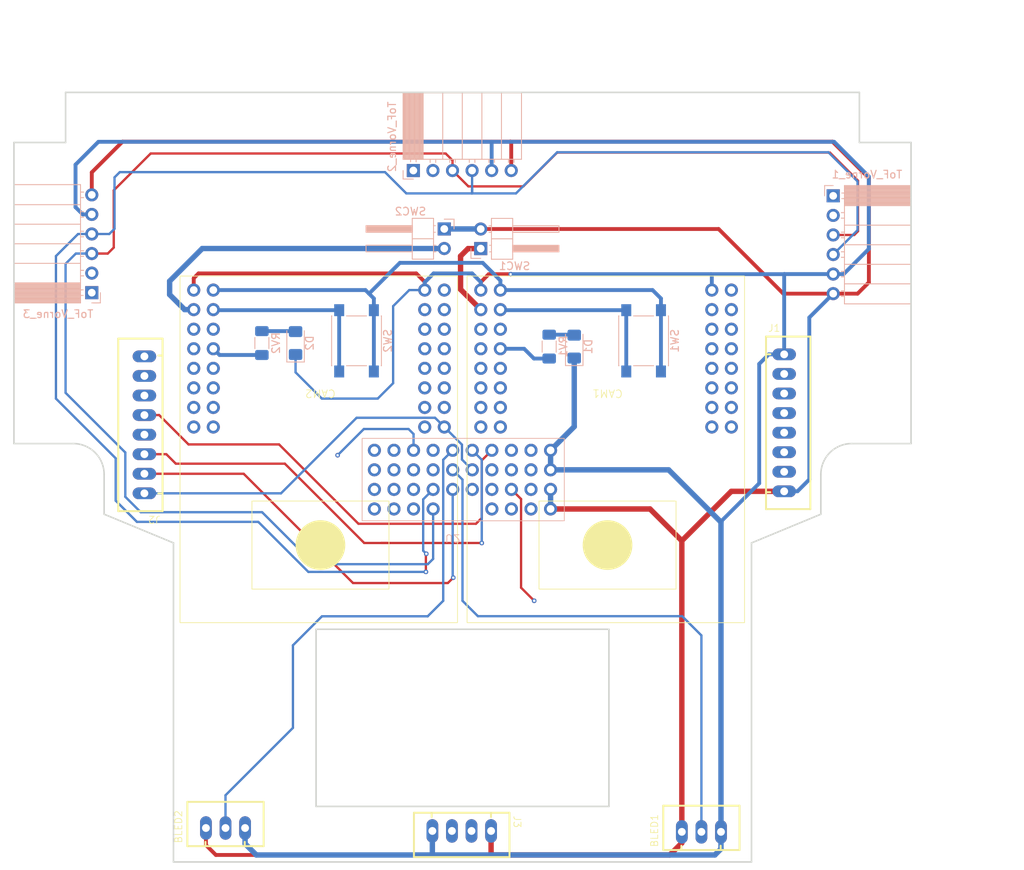
<source format=kicad_pcb>
(kicad_pcb (version 20241229) (generator "pcbnew") (generator_version "9.0")
  (layers (0 "F.Cu" signal) (4 "In1.Cu" signal) (6 "In2.Cu" signal) (2 "B.Cu" signal) (13 "F.Paste" user) (15 "B.Paste" user) (5 "F.SilkS" user "F.Silkscreen") (7 "B.SilkS" user "B.Silkscreen") (1 "F.Mask" user) (3 "B.Mask" user) (25 "Edge.Cuts" user))
  (net 0 "")
  (net 1 "+5V")
  (net 2 "GND")
  (net 3 "+3.3V")
  (net 4 "/RE_SW")
  (net 5 "/RE_B")
  (net 6 "/LED_B")
  (net 7 "/BUTTON_2")
  (net 8 "/MOSI")
  (net 9 "/RE_A")
  (net 10 "/RES")
  (net 11 "/BUTTON_3")
  (net 12 "/BUTTON_4")
  (net 13 "/LED_A")
  (net 14 "/SCK")
  (net 15 "/BUTTON_1")
  (net 16 "/RX_C1")
  (net 17 "/TX_C1")
  (net 18 "/CS_C1")
  (net 20 "/TX_C2")
  (net 21 "/CS_C2")
  (net 23 "/RX_C2")
  (net 24 "/SDA")
  (net 25 "/ToF_XS_1")
  (net 26 "/SCL")
  (net 27 "/ToF_XS_2")
  (net 28 "/ToF_XS_3")
  (net 31 "Net-(CAM2-SBL)")
  (net 42 "Net-(D1-A)")
  (net 43 "Net-(D2-A)")
  (net 44 "/Kamera/Kamera1/State_LED")
  (net 45 "/Kamera/Kamera2/State_LED")
  (net 46 "Net-(J3-Pin_3)")
  (net 47 "Net-(J3-Pin_2)")
  (net 54 "Net-(CAM1-SBL)")
  (net 64 "/BLED_C1")
  (net 65 "/BLED_C2")
  (net 66 "/INTT_C1")
  (net 67 "/INT_C1")
  (net 68 "/INTT_C2")
  (net 69 "/INT_C2")
  (net 72 "/CS_D")
  (net 73 "/D_D")
  (net 74 "/Kamera/Kamera1/SCLK")
  (net 75 "/Kamera/Kamera1/SS")
  (net 76 "/Kamera/Kamera1/MOSI")
  (net 77 "/Kamera/Kamera1/MISO")
  (net 78 "/Kamera/Kamera2/SS")
  (net 79 "/Kamera/Kamera2/MOSI")
  (net 80 "/Kamera/Kamera2/SCLK")
  (net 81 "/Kamera/Kamera2/MISO")
  (net 82 "/Kamera/Kamera1/5V")
  (net 83 "/Kamera/Kamera2/5V")
  (footprint "Robotik:OpenMV_RT1062" (layer "F.Cu") (at 155.85 74.84 180)
    (property "Reference" "CAM2" (at 17.78 -15.24 180) (layer "F.SilkS") (effects (font (thickness 0.1))))
    (property "Value" "~")
    (pad "1" thru_hole circle (at 1.71 -1.82 180) (size 1.7 1.7) (drill 1) (layers "*.Cu" "*.Mask"))
    (pad "2" thru_hole circle (at 1.71 -4.36 180) (size 1.7 1.7) (drill 1) (layers "*.Cu" "*.Mask"))
    (pad "3" thru_hole circle (at 1.71 -6.9 180) (size 1.7 1.7) (drill 1) (layers "*.Cu" "*.Mask") (net 23 "/RX_C2"))
    (pad "4" thru_hole circle (at 1.71 -9.44 180) (size 1.7 1.7) (drill 1) (layers "*.Cu" "*.Mask") (net 20 "/TX_C2"))
    (pad "5" thru_hole circle (at 1.71 -11.98 180) (size 1.7 1.7) (drill 1) (layers "*.Cu" "*.Mask") (net 78 "/Kamera/Kamera2/SS"))
    (pad "6" thru_hole circle (at 1.71 -14.52 180) (size 1.7 1.7) (drill 1) (layers "*.Cu" "*.Mask") (net 80 "/Kamera/Kamera2/SCLK"))
    (pad "7" thru_hole circle (at 1.71 -17.06 180) (size 1.7 1.7) (drill 1) (layers "*.Cu" "*.Mask") (net 81 "/Kamera/Kamera2/MISO"))
    (pad "8" thru_hole circle (at 1.71 -19.6 180) (size 1.7 1.7) (drill 1) (layers "*.Cu" "*.Mask") (net 79 "/Kamera/Kamera2/MOSI"))
    (pad "9" thru_hole circle (at 4.25 -1.82 180) (size 1.7 1.7) (drill 1) (layers "*.Cu" "*.Mask") (net 2 "GND"))
    (pad "10" thru_hole circle (at 4.25 -4.36 180) (size 1.7 1.7) (drill 1) (layers "*.Cu" "*.Mask"))
    (pad "11" thru_hole circle (at 4.25 -6.9 180) (size 1.7 1.7) (drill 1) (layers "*.Cu" "*.Mask"))
    (pad "12" thru_hole circle (at 4.25 -9.44 180) (size 1.7 1.7) (drill 1) (layers "*.Cu" "*.Mask"))
    (pad "13" thru_hole circle (at 4.25 -11.98 180) (size 1.7 1.7) (drill 1) (layers "*.Cu" "*.Mask"))
    (pad "14" thru_hole circle (at 4.25 -14.52 180) (size 1.7 1.7) (drill 1) (layers "*.Cu" "*.Mask"))
    (pad "15" thru_hole circle (at 4.25 -17.06 180) (size 1.7 1.7) (drill 1) (layers "*.Cu" "*.Mask"))
    (pad "16" thru_hole circle (at 4.25 -19.6 180) (size 1.7 1.7) (drill 1) (layers "*.Cu" "*.Mask"))
    (pad "17" thru_hole circle (at 31.682 -1.82 180) (size 1.7 1.7) (drill 1) (layers "*.Cu" "*.Mask") (net 3 "+3.3V"))
    (pad "18" thru_hole circle (at 31.682 -4.36 180) (size 1.7 1.7) (drill 1) (layers "*.Cu" "*.Mask") (net 31 "Net-(CAM2-SBL)"))
    (pad "19" thru_hole circle (at 31.682 -6.9 180) (size 1.7 1.7) (drill 1) (layers "*.Cu" "*.Mask"))
    (pad "20" thru_hole circle (at 31.682 -9.44 180) (size 1.7 1.7) (drill 1) (layers "*.Cu" "*.Mask") (net 45 "/Kamera/Kamera2/State_LED"))
    (pad "21" thru_hole circle (at 31.682 -11.98 180) (size 1.7 1.7) (drill 1) (layers "*.Cu" "*.Mask"))
    (pad "22" thru_hole circle (at 31.682 -14.52 180) (size 1.7 1.7) (drill 1) (layers "*.Cu" "*.Mask"))
    (pad "23" thru_hole circle (at 31.682 -17.06 180) (size 1.7 1.7) (drill 1) (layers "*.Cu" "*.Mask"))
    (pad "24" thru_hole circle (at 31.682 -19.6 180) (size 1.7 1.7) (drill 1) (layers "*.Cu" "*.Mask"))
    (pad "25" thru_hole circle (at 34.222 -1.82 180) (size 1.7 1.7) (drill 1) (layers "*.Cu" "*.Mask") (net 2 "GND"))
    (pad "26" thru_hole circle (at 34.222 -4.36 180) (size 1.7 1.7) (drill 1) (layers "*.Cu" "*.Mask") (net 83 "/Kamera/Kamera2/5V"))
    (pad "27" thru_hole circle (at 34.222 -6.9 180) (size 1.7 1.7) (drill 1) (layers "*.Cu" "*.Mask"))
    (pad "28" thru_hole circle (at 34.222 -9.44 180) (size 1.7 1.7) (drill 1) (layers "*.Cu" "*.Mask"))
    (pad "29" thru_hole circle (at 34.222 -11.98 180) (size 1.7 1.7) (drill 1) (layers "*.Cu" "*.Mask") (net 68 "/INTT_C2"))
    (pad "30" thru_hole circle (at 34.222 -14.52 180) (size 1.7 1.7) (drill 1) (layers "*.Cu" "*.Mask") (net 69 "/INT_C2"))
    (pad "31" thru_hole circle (at 34.222 -17.06 180) (size 1.7 1.7) (drill 1) (layers "*.Cu" "*.Mask"))
    (pad "32" thru_hole circle (at 34.222 -19.6 180) (size 1.7 1.7) (drill 1) (layers "*.Cu" "*.Mask"))
  )
  (footprint "JST:JST-XH-03-PACKAGE-LONG-PAD" (layer "F.Cu") (at 187.5 147)
    (property "Reference" "BLED1" (at -5.555 2.04 90) (layer "F.SilkS") (effects (font (size 0.9144 0.9144) (thickness 0.1016)) (justify left bottom)))
    (property "Value" "Conn_01x03_Pin")
    (pad "1" thru_hole oval (at -2.54 0 90) (size 3.048 1.524) (drill 1.016) (layers "*.Cu" "*.Mask") (net 1 "+5V"))
    (pad "2" thru_hole oval (at 0 0 90) (size 3.048 1.524) (drill 1.016) (layers "*.Cu" "*.Mask") (net 64 "/BLED_C1"))
    (pad "3" thru_hole oval (at 2.54 0 90) (size 3.048 1.524) (drill 1.016) (layers "*.Cu" "*.Mask") (net 2 "GND"))
  )
  (footprint "JST:JST-XH-08-PACKAGE-LONG-PAD" (layer "F.Cu") (at 115.2275 94.16 90)
    (property "Reference" "J2" (at -11.755 2.14 180) (layer "F.SilkS") (effects (font (size 0.9144 0.9144) (thickness 0.1016)) (justify left bottom)))
    (property "Value" "Conn_01x08_Pin")
    (pad "1" thru_hole oval (at -8.89 0 180) (size 3.048 1.524) (drill 1.016) (layers "*.Cu" "*.Mask") (net 8 "/MOSI"))
    (pad "2" thru_hole oval (at -6.35 0 180) (size 3.048 1.524) (drill 1.016) (layers "*.Cu" "*.Mask") (net 14 "/SCK"))
    (pad "3" thru_hole oval (at -3.81 0 180) (size 3.048 1.524) (drill 1.016) (layers "*.Cu" "*.Mask") (net 73 "/D_D"))
    (pad "4" thru_hole oval (at -1.27 0 180) (size 3.048 1.524) (drill 1.016) (layers "*.Cu" "*.Mask") (net 10 "/RES"))
    (pad "5" thru_hole oval (at 1.27 0 180) (size 3.048 1.524) (drill 1.016) (layers "*.Cu" "*.Mask") (net 72 "/CS_D"))
    (pad "6" thru_hole oval (at 3.81 0 180) (size 3.048 1.524) (drill 1.016) (layers "*.Cu" "*.Mask") (net 9 "/RE_A"))
    (pad "7" thru_hole oval (at 6.35 0 180) (size 3.048 1.524) (drill 1.016) (layers "*.Cu" "*.Mask") (net 4 "/RE_SW"))
    (pad "8" thru_hole oval (at 8.89 0 180) (size 3.048 1.524) (drill 1.016) (layers "*.Cu" "*.Mask") (net 5 "/RE_B"))
  )
  (footprint "JST:JST-XH-08-PACKAGE-LONG-PAD" (layer "F.Cu") (at 198.24 93.9 -90)
    (property "Reference" "J1" (at -11.755 2.14 0) (layer "F.SilkS") (effects (font (size 0.9144 0.9144) (thickness 0.1016)) (justify left bottom)))
    (property "Value" "Conn_01x08_Pin")
    (pad "1" thru_hole oval (at -8.89 0) (size 3.048 1.524) (drill 1.016) (layers "*.Cu" "*.Mask") (net 2 "GND"))
    (pad "2" thru_hole oval (at -6.35 0) (size 3.048 1.524) (drill 1.016) (layers "*.Cu" "*.Mask") (net 13 "/LED_A"))
    (pad "3" thru_hole oval (at -3.81 0) (size 3.048 1.524) (drill 1.016) (layers "*.Cu" "*.Mask") (net 6 "/LED_B"))
    (pad "4" thru_hole oval (at -1.27 0) (size 3.048 1.524) (drill 1.016) (layers "*.Cu" "*.Mask") (net 15 "/BUTTON_1"))
    (pad "5" thru_hole oval (at 1.27 0) (size 3.048 1.524) (drill 1.016) (layers "*.Cu" "*.Mask") (net 7 "/BUTTON_2"))
    (pad "6" thru_hole oval (at 3.81 0) (size 3.048 1.524) (drill 1.016) (layers "*.Cu" "*.Mask") (net 11 "/BUTTON_3"))
    (pad "7" thru_hole oval (at 6.35 0) (size 3.048 1.524) (drill 1.016) (layers "*.Cu" "*.Mask") (net 12 "/BUTTON_4"))
    (pad "8" thru_hole oval (at 8.89 0) (size 3.048 1.524) (drill 1.016) (layers "*.Cu" "*.Mask") (net 1 "+5V"))
  )
  (footprint "JST:JST-XH-03-PACKAGE-LONG-PAD" (layer "F.Cu") (at 125.75 146.5)
    (property "Reference" "BLED2" (at -5.555 2.04 90) (layer "F.SilkS") (effects (font (size 0.9144 0.9144) (thickness 0.1016)) (justify left bottom)))
    (property "Value" "Conn_01x03_Pin")
    (pad "1" thru_hole oval (at -2.54 0 90) (size 3.048 1.524) (drill 1.016) (layers "*.Cu" "*.Mask") (net 1 "+5V"))
    (pad "2" thru_hole oval (at 0 0 90) (size 3.048 1.524) (drill 1.016) (layers "*.Cu" "*.Mask") (net 65 "/BLED_C2"))
    (pad "3" thru_hole oval (at 2.54 0 90) (size 3.048 1.524) (drill 1.016) (layers "*.Cu" "*.Mask") (net 2 "GND"))
  )
  (footprint "JST:JST-XH-04-PACKAGE-LONG-PAD" (layer "F.Cu") (at 156.4 146.8825 180)
    (property "Reference" "J3" (at -6.655 2.04 270) (layer "F.SilkS") (effects (font (size 0.9144 0.9144) (thickness 0.1016)) (justify left bottom)))
    (property "Value" "Conn_01x04_Pin")
    (pad "1" thru_hole oval (at -3.81 0 270) (size 3.048 1.524) (drill 1.016) (layers "*.Cu" "*.Mask") (net 1 "+5V"))
    (pad "2" thru_hole oval (at -1.27 0 270) (size 3.048 1.524) (drill 1.016) (layers "*.Cu" "*.Mask") (net 47 "Net-(J3-Pin_2)"))
    (pad "3" thru_hole oval (at 1.27 0 270) (size 3.048 1.524) (drill 1.016) (layers "*.Cu" "*.Mask") (net 46 "Net-(J3-Pin_3)"))
    (pad "4" thru_hole oval (at 3.81 0 270) (size 3.048 1.524) (drill 1.016) (layers "*.Cu" "*.Mask") (net 2 "GND"))
  )
  (footprint "Robotik:OpenMV_RT1062" (layer "F.Cu") (at 193.1 74.84 180)
    (property "Reference" "CAM1" (at 17.78 -15.24 180) (layer "F.SilkS") (effects (font (thickness 0.1))))
    (property "Value" "~")
    (pad "1" thru_hole circle (at 1.71 -1.82 180) (size 1.7 1.7) (drill 1) (layers "*.Cu" "*.Mask"))
    (pad "2" thru_hole circle (at 1.71 -4.36 180) (size 1.7 1.7) (drill 1) (layers "*.Cu" "*.Mask"))
    (pad "3" thru_hole circle (at 1.71 -6.9 180) (size 1.7 1.7) (drill 1) (layers "*.Cu" "*.Mask") (net 16 "/RX_C1"))
    (pad "4" thru_hole circle (at 1.71 -9.44 180) (size 1.7 1.7) (drill 1) (layers "*.Cu" "*.Mask") (net 17 "/TX_C1"))
    (pad "5" thru_hole circle (at 1.71 -11.98 180) (size 1.7 1.7) (drill 1) (layers "*.Cu" "*.Mask") (net 75 "/Kamera/Kamera1/SS"))
    (pad "6" thru_hole circle (at 1.71 -14.52 180) (size 1.7 1.7) (drill 1) (layers "*.Cu" "*.Mask") (net 74 "/Kamera/Kamera1/SCLK"))
    (pad "7" thru_hole circle (at 1.71 -17.06 180) (size 1.7 1.7) (drill 1) (layers "*.Cu" "*.Mask") (net 77 "/Kamera/Kamera1/MISO"))
    (pad "8" thru_hole circle (at 1.71 -19.6 180) (size 1.7 1.7) (drill 1) (layers "*.Cu" "*.Mask") (net 76 "/Kamera/Kamera1/MOSI"))
    (pad "9" thru_hole circle (at 4.25 -1.82 180) (size 1.7 1.7) (drill 1) (layers "*.Cu" "*.Mask") (net 2 "GND"))
    (pad "10" thru_hole circle (at 4.25 -4.36 180) (size 1.7 1.7) (drill 1) (layers "*.Cu" "*.Mask"))
    (pad "11" thru_hole circle (at 4.25 -6.9 180) (size 1.7 1.7) (drill 1) (layers "*.Cu" "*.Mask"))
    (pad "12" thru_hole circle (at 4.25 -9.44 180) (size 1.7 1.7) (drill 1) (layers "*.Cu" "*.Mask"))
    (pad "13" thru_hole circle (at 4.25 -11.98 180) (size 1.7 1.7) (drill 1) (layers "*.Cu" "*.Mask"))
    (pad "14" thru_hole circle (at 4.25 -14.52 180) (size 1.7 1.7) (drill 1) (layers "*.Cu" "*.Mask"))
    (pad "15" thru_hole circle (at 4.25 -17.06 180) (size 1.7 1.7) (drill 1) (layers "*.Cu" "*.Mask"))
    (pad "16" thru_hole circle (at 4.25 -19.6 180) (size 1.7 1.7) (drill 1) (layers "*.Cu" "*.Mask"))
    (pad "17" thru_hole circle (at 31.682 -1.82 180) (size 1.7 1.7) (drill 1) (layers "*.Cu" "*.Mask") (net 3 "+3.3V"))
    (pad "18" thru_hole circle (at 31.682 -4.36 180) (size 1.7 1.7) (drill 1) (layers "*.Cu" "*.Mask") (net 54 "Net-(CAM1-SBL)"))
    (pad "19" thru_hole circle (at 31.682 -6.9 180) (size 1.7 1.7) (drill 1) (layers "*.Cu" "*.Mask"))
    (pad "20" thru_hole circle (at 31.682 -9.44 180) (size 1.7 1.7) (drill 1) (layers "*.Cu" "*.Mask") (net 44 "/Kamera/Kamera1/State_LED"))
    (pad "21" thru_hole circle (at 31.682 -11.98 180) (size 1.7 1.7) (drill 1) (layers "*.Cu" "*.Mask"))
    (pad "22" thru_hole circle (at 31.682 -14.52 180) (size 1.7 1.7) (drill 1) (layers "*.Cu" "*.Mask"))
    (pad "23" thru_hole circle (at 31.682 -17.06 180) (size 1.7 1.7) (drill 1) (layers "*.Cu" "*.Mask"))
    (pad "24" thru_hole circle (at 31.682 -19.6 180) (size 1.7 1.7) (drill 1) (layers "*.Cu" "*.Mask"))
    (pad "25" thru_hole circle (at 34.222 -1.82 180) (size 1.7 1.7) (drill 1) (layers "*.Cu" "*.Mask") (net 2 "GND"))
    (pad "26" thru_hole circle (at 34.222 -4.36 180) (size 1.7 1.7) (drill 1) (layers "*.Cu" "*.Mask") (net 82 "/Kamera/Kamera1/5V"))
    (pad "27" thru_hole circle (at 34.222 -6.9 180) (size 1.7 1.7) (drill 1) (layers "*.Cu" "*.Mask"))
    (pad "28" thru_hole circle (at 34.222 -9.44 180) (size 1.7 1.7) (drill 1) (layers "*.Cu" "*.Mask"))
    (pad "29" thru_hole circle (at 34.222 -11.98 180) (size 1.7 1.7) (drill 1) (layers "*.Cu" "*.Mask") (net 66 "/INTT_C1"))
    (pad "30" thru_hole circle (at 34.222 -14.52 180) (size 1.7 1.7) (drill 1) (layers "*.Cu" "*.Mask") (net 67 "/INT_C1"))
    (pad "31" thru_hole circle (at 34.222 -17.06 180) (size 1.7 1.7) (drill 1) (layers "*.Cu" "*.Mask"))
    (pad "32" thru_hole circle (at 34.222 -19.6 180) (size 1.7 1.7) (drill 1) (layers "*.Cu" "*.Mask"))
  )
  (footprint "LED_SMD:LED_1206_3216Metric_Pad1.42x1.75mm_HandSolder" (layer "B.Cu") (at 134.84 83.54 90)
    (property "Reference" "D2" (at 0 1.83 90) (layer "B.SilkS") (effects (justify mirror)))
    (property "Value" "LED")
    (pad "1" smd roundrect (at -1.4875 0 90) (size 1.425 1.75) (layers "B.Cu" "B.Mask" "B.Paste") (roundrect_rratio 0.175439) (net 2 "GND"))
    (pad "2" smd roundrect (at 1.4875 0 90) (size 1.425 1.75) (layers "B.Cu" "B.Mask" "B.Paste") (roundrect_rratio 0.175439) (net 43 "Net-(D2-A)"))
  )
  (footprint "Button_Switch_SMD:SW_SPST_PTS645" (layer "B.Cu") (at 142.75 83.25 90)
    (property "Reference" "SW2" (at 0 4.05 90) (layer "B.SilkS") (effects (justify mirror)))
    (property "Value" "SW_SPST")
    (pad "1" smd rect (at -3.98 2.25 90) (size 1.55 1.3) (layers "B.Cu" "B.Mask" "B.Paste") (net 3 "+3.3V"))
    (pad "1" smd rect (at 3.98 2.25 90) (size 1.55 1.3) (layers "B.Cu" "B.Mask" "B.Paste") (net 3 "+3.3V"))
    (pad "2" smd rect (at -3.98 -2.25 90) (size 1.55 1.3) (layers "B.Cu" "B.Mask" "B.Paste") (net 31 "Net-(CAM2-SBL)"))
    (pad "2" smd rect (at 3.98 -2.25 90) (size 1.55 1.3) (layers "B.Cu" "B.Mask" "B.Paste") (net 31 "Net-(CAM2-SBL)"))
  )
  (footprint "Connector_PinSocket_2.54mm:PinSocket_1x06_P2.54mm_Horizontal" (layer "B.Cu") (at 204.6 64.425 180)
    (property "Reference" "ToF_Vorne_1" (at -4.38 2.77 0) (layer "B.SilkS") (effects (justify mirror)))
    (property "Value" "Conn_01x06_Socket")
    (pad "1" thru_hole rect (at 0 0 180) (size 1.7 1.7) (drill 1) (layers "*.Cu" "*.Mask") (net 25 "/ToF_XS_1"))
    (pad "2" thru_hole circle (at 0 -2.54 180) (size 1.7 1.7) (drill 1) (layers "*.Cu" "*.Mask"))
    (pad "3" thru_hole circle (at 0 -5.08 180) (size 1.7 1.7) (drill 1) (layers "*.Cu" "*.Mask") (net 26 "/SCL"))
    (pad "4" thru_hole circle (at 0 -7.62 180) (size 1.7 1.7) (drill 1) (layers "*.Cu" "*.Mask") (net 24 "/SDA"))
    (pad "5" thru_hole circle (at 0 -10.16 180) (size 1.7 1.7) (drill 1) (layers "*.Cu" "*.Mask") (net 2 "GND"))
    (pad "6" thru_hole circle (at 0 -12.7 180) (size 1.7 1.7) (drill 1) (layers "*.Cu" "*.Mask") (net 1 "+5V"))
  )
  (footprint "Connector_PinSocket_2.54mm:PinSocket_1x06_P2.54mm_Horizontal" (layer "B.Cu") (at 150.125 61.14 -90)
    (property "Reference" "ToF_Vorne_2" (at -4.38 2.77 90) (layer "B.SilkS") (effects (justify mirror)))
    (property "Value" "Conn_01x06_Socket")
    (pad "1" thru_hole rect (at 0 0 270) (size 1.7 1.7) (drill 1) (layers "*.Cu" "*.Mask") (net 27 "/ToF_XS_2"))
    (pad "2" thru_hole circle (at 0 -2.54 270) (size 1.7 1.7) (drill 1) (layers "*.Cu" "*.Mask"))
    (pad "3" thru_hole circle (at 0 -5.08 270) (size 1.7 1.7) (drill 1) (layers "*.Cu" "*.Mask") (net 26 "/SCL"))
    (pad "4" thru_hole circle (at 0 -7.62 270) (size 1.7 1.7) (drill 1) (layers "*.Cu" "*.Mask") (net 24 "/SDA"))
    (pad "5" thru_hole circle (at 0 -10.16 270) (size 1.7 1.7) (drill 1) (layers "*.Cu" "*.Mask") (net 2 "GND"))
    (pad "6" thru_hole circle (at 0 -12.7 270) (size 1.7 1.7) (drill 1) (layers "*.Cu" "*.Mask") (net 1 "+5V"))
  )
  (footprint "LED_SMD:LED_1206_3216Metric_Pad1.42x1.75mm_HandSolder" (layer "B.Cu") (at 171 84 90)
    (property "Reference" "D1" (at 0 1.83 90) (layer "B.SilkS") (effects (justify mirror)))
    (property "Value" "LED")
    (pad "1" smd roundrect (at -1.4875 0 90) (size 1.425 1.75) (layers "B.Cu" "B.Mask" "B.Paste") (roundrect_rratio 0.175439) (net 2 "GND"))
    (pad "2" smd roundrect (at 1.4875 0 90) (size 1.425 1.75) (layers "B.Cu" "B.Mask" "B.Paste") (roundrect_rratio 0.175439) (net 42 "Net-(D1-A)"))
  )
  (footprint "Robotik:Main Conetor" (layer "B.Cu") (at 155.23 100)
    (property "Reference" "U2" (at 0 8.89 180) (layer "B.SilkS") (effects (font (thickness 0.1)) (justify mirror)))
    (property "Value" "Main  Conector to Main pcb")
    (pad "1" thru_hole circle (at -5.08 -2.54) (size 1.7 1.7) (drill 1) (layers "*.Cu" "*.Mask") (net 10 "/RES"))
    (pad "5V" thru_hole circle (at 12.7 2.54) (size 1.7 1.7) (drill 1) (layers "*.Cu" "*.Mask") (net 1 "+5V"))
    (pad "5V" thru_hole circle (at 12.7 5.08) (size 1.7 1.7) (drill 1) (layers "*.Cu" "*.Mask") (net 1 "+5V"))
    (pad "CS_C1" thru_hole circle (at -2.54 -2.54 180) (size 1.7 1.7) (drill 1) (layers "*.Cu" "*.Mask") (net 18 "/CS_C1"))
    (pad "CS_C2" thru_hole circle (at -2.54 0 180) (size 1.7 1.7) (drill 1) (layers "*.Cu" "*.Mask") (net 21 "/CS_C2"))
    (pad "CS_D" thru_hole circle (at 5.08 -2.54) (size 1.7 1.7) (drill 1) (layers "*.Cu" "*.Mask") (net 72 "/CS_D"))
    (pad "D+" thru_hole circle (at 7.62 2.54 180) (size 1.7 1.7) (drill 1) (layers "*.Cu" "*.Mask") (net 47 "Net-(J3-Pin_2)"))
    (pad "D-" thru_hole circle (at 7.62 5.08 180) (size 1.7 1.7) (drill 1) (layers "*.Cu" "*.Mask") (net 46 "Net-(J3-Pin_3)"))
    (pad "D_D" thru_hole circle (at 2.54 -2.54) (size 1.7 1.7) (drill 1) (layers "*.Cu" "*.Mask") (net 73 "/D_D"))
    (pad "GND" thru_hole circle (at 12.7 -2.54) (size 1.7 1.7) (drill 1) (layers "*.Cu" "*.Mask") (net 2 "GND"))
    (pad "GND" thru_hole circle (at 12.7 0) (size 1.7 1.7) (drill 1) (layers "*.Cu" "*.Mask") (net 2 "GND"))
    (pad "I_C1" thru_hole circle (at -7.62 0) (size 1.7 1.7) (drill 1) (layers "*.Cu" "*.Mask") (net 67 "/INT_C1"))
    (pad "I_C2" thru_hole circle (at -10.16 0) (size 1.7 1.7) (drill 1) (layers "*.Cu" "*.Mask") (net 69 "/INT_C2"))
    (pad "LED1" thru_hole circle (at 0 0) (size 1.7 1.7) (drill 1) (layers "*.Cu" "*.Mask") (net 64 "/BLED_C1"))
    (pad "LED2" thru_hole circle (at 0 -2.54) (size 1.7 1.7) (drill 1) (layers "*.Cu" "*.Mask") (net 65 "/BLED_C2"))
    (pad "LED_A" thru_hole circle (at 7.62 -2.54 180) (size 1.7 1.7) (drill 1) (layers "*.Cu" "*.Mask") (net 13 "/LED_A"))
    (pad "LED_B" thru_hole circle (at 7.62 0 180) (size 1.7 1.7) (drill 1) (layers "*.Cu" "*.Mask") (net 6 "/LED_B"))
    (pad "MOSI" thru_hole circle (at 2.54 0) (size 1.7 1.7) (drill 1) (layers "*.Cu" "*.Mask") (net 8 "/MOSI"))
    (pad "MSIO" thru_hole circle (at 2.54 2.54) (size 1.7 1.7) (drill 1) (layers "*.Cu" "*.Mask"))
    (pad "RE_A" thru_hole circle (at 5.08 0 180) (size 1.7 1.7) (drill 1) (layers "*.Cu" "*.Mask") (net 9 "/RE_A"))
    (pad "RE_B" thru_hole circle (at 5.08 2.54 180) (size 1.7 1.7) (drill 1) (layers "*.Cu" "*.Mask") (net 5 "/RE_B"))
    (pad "RE_SW" thru_hole circle (at 5.08 5.08 180) (size 1.7 1.7) (drill 1) (layers "*.Cu" "*.Mask") (net 4 "/RE_SW"))
    (pad "RX_C1" thru_hole circle (at -7.62 2.54) (size 1.7 1.7) (drill 1) (layers "*.Cu" "*.Mask") (net 16 "/RX_C1"))
    (pad "RX_C2" thru_hole circle (at -10.16 2.54) (size 1.7 1.7) (drill 1) (layers "*.Cu" "*.Mask") (net 23 "/RX_C2"))
    (pad "R_C1" thru_hole circle (at -7.62 -2.54) (size 1.7 1.7) (drill 1) (layers "*.Cu" "*.Mask") (net 66 "/INTT_C1"))
    (pad "R_C2" thru_hole circle (at -10.16 -2.54) (size 1.7 1.7) (drill 1) (layers "*.Cu" "*.Mask") (net 68 "/INTT_C2"))
    (pad "SCK" thru_hole circle (at 0 2.54) (size 1.7 1.7) (drill 1) (layers "*.Cu" "*.Mask") (net 14 "/SCK"))
    (pad "SCL" thru_hole circle (at -2.54 2.54 270) (size 1.7 1.7) (drill 1) (layers "*.Cu" "*.Mask") (net 24 "/SDA"))
    (pad "SDA" thru_hole circle (at -2.54 5.08 270) (size 1.7 1.7) (drill 1) (layers "*.Cu" "*.Mask") (net 26 "/SCL"))
    (pad "TXS1" thru_hole circle (at -5.08 0) (size 1.7 1.7) (drill 1) (layers "*.Cu" "*.Mask") (net 25 "/ToF_XS_1"))
    (pad "TXS2" thru_hole circle (at -5.08 2.54) (size 1.7 1.7) (drill 1) (layers "*.Cu" "*.Mask") (net 27 "/ToF_XS_2"))
    (pad "TXS3" thru_hole circle (at -5.08 5.08) (size 1.7 1.7) (drill 1) (layers "*.Cu" "*.Mask") (net 28 "/ToF_XS_3"))
    (pad "TX_C1" thru_hole circle (at -7.62 5.08) (size 1.7 1.7) (drill 1) (layers "*.Cu" "*.Mask") (net 17 "/TX_C1"))
    (pad "TX_C2" thru_hole circle (at -10.16 5.08) (size 1.7 1.7) (drill 1) (layers "*.Cu" "*.Mask") (net 20 "/TX_C2"))
    (pad "UI_B1" thru_hole circle (at 10.16 -2.54 270) (size 1.7 1.7) (drill 1) (layers "*.Cu" "*.Mask") (net 15 "/BUTTON_1"))
    (pad "UI_B2" thru_hole circle (at 10.16 0 270) (size 1.7 1.7) (drill 1) (layers "*.Cu" "*.Mask") (net 7 "/BUTTON_2"))
    (pad "UI_B3" thru_hole circle (at 10.16 2.54 270) (size 1.7 1.7) (drill 1) (layers "*.Cu" "*.Mask") (net 11 "/BUTTON_3"))
    (pad "UI_B4" thru_hole circle (at 10.16 5.08 270) (size 1.7 1.7) (drill 1) (layers "*.Cu" "*.Mask") (net 12 "/BUTTON_4"))
  )
  (footprint "Connector_PinSocket_2.54mm:PinSocket_1x06_P2.54mm_Horizontal" (layer "B.Cu") (at 108.4 77)
    (property "Reference" "ToF_Vorne_3" (at -4.38 2.77 0) (layer "B.SilkS") (effects (justify mirror)))
    (property "Value" "Conn_01x06_Socket")
    (pad "1" thru_hole rect (at 0 0) (size 1.7 1.7) (drill 1) (layers "*.Cu" "*.Mask") (net 28 "/ToF_XS_3"))
    (pad "2" thru_hole circle (at 0 -2.54) (size 1.7 1.7) (drill 1) (layers "*.Cu" "*.Mask"))
    (pad "3" thru_hole circle (at 0 -5.08) (size 1.7 1.7) (drill 1) (layers "*.Cu" "*.Mask") (net 26 "/SCL"))
    (pad "4" thru_hole circle (at 0 -7.62) (size 1.7 1.7) (drill 1) (layers "*.Cu" "*.Mask") (net 24 "/SDA"))
    (pad "5" thru_hole circle (at 0 -10.16) (size 1.7 1.7) (drill 1) (layers "*.Cu" "*.Mask") (net 2 "GND"))
    (pad "6" thru_hole circle (at 0 -12.7) (size 1.7 1.7) (drill 1) (layers "*.Cu" "*.Mask") (net 1 "+5V"))
  )
  (footprint "Resistor_SMD:R_1206_3216Metric_Pad1.30x1.75mm_HandSolder" (layer "B.Cu") (at 130.469 83.54 90)
    (property "Reference" "RV2" (at 0 1.83 90) (layer "B.SilkS") (effects (justify mirror)))
    (property "Value" "220")
    (pad "1" smd roundrect (at -1.55 0 90) (size 1.3 1.75) (layers "B.Cu" "B.Mask" "B.Paste") (roundrect_rratio 0.192308) (net 45 "/Kamera/Kamera2/State_LED"))
    (pad "2" smd roundrect (at 1.55 0 90) (size 1.3 1.75) (layers "B.Cu" "B.Mask" "B.Paste") (roundrect_rratio 0.192308) (net 43 "Net-(D2-A)"))
  )
  (footprint "Connector_PinHeader_2.54mm:PinHeader_1x02_P2.54mm_Horizontal" (layer "B.Cu") (at 154.135 68.725 180)
    (property "Reference" "SWC2" (at 4.385 2.27 0) (layer "B.SilkS") (effects (justify mirror)))
    (property "Value" "SW_SPST")
    (pad "1" thru_hole rect (at 0 0 180) (size 1.7 1.7) (drill 1) (layers "*.Cu" "*.Mask") (net 1 "+5V"))
    (pad "2" thru_hole circle (at 0 -2.54 180) (size 1.7 1.7) (drill 1) (layers "*.Cu" "*.Mask") (net 83 "/Kamera/Kamera2/5V"))
  )
  (footprint "Resistor_SMD:R_1206_3216Metric_Pad1.30x1.75mm_HandSolder" (layer "B.Cu") (at 167.75 84 90)
    (property "Reference" "RV1" (at 0 1.83 90) (layer "B.SilkS") (effects (justify mirror)))
    (property "Value" "220")
    (pad "1" smd roundrect (at -1.55 0 90) (size 1.3 1.75) (layers "B.Cu" "B.Mask" "B.Paste") (roundrect_rratio 0.192308) (net 44 "/Kamera/Kamera1/State_LED"))
    (pad "2" smd roundrect (at 1.55 0 90) (size 1.3 1.75) (layers "B.Cu" "B.Mask" "B.Paste") (roundrect_rratio 0.192308) (net 42 "Net-(D1-A)"))
  )
  (footprint "Connector_PinHeader_2.54mm:PinHeader_1x02_P2.54mm_Horizontal" (layer "B.Cu") (at 158.865 71.275)
    (property "Reference" "SWC1" (at 4.385 2.27 0) (layer "B.SilkS") (effects (justify mirror)))
    (property "Value" "SW_SPST")
    (pad "1" thru_hole rect (at 0 0) (size 1.7 1.7) (drill 1) (layers "*.Cu" "*.Mask") (net 82 "/Kamera/Kamera1/5V"))
    (pad "2" thru_hole circle (at 0 -2.54) (size 1.7 1.7) (drill 1) (layers "*.Cu" "*.Mask") (net 1 "+5V"))
  )
  (footprint "Button_Switch_SMD:SW_SPST_PTS645" (layer "B.Cu") (at 180 83.25 90)
    (property "Reference" "SW1" (at 0 4.05 90) (layer "B.SilkS") (effects (justify mirror)))
    (property "Value" "SW_SPST")
    (pad "1" smd rect (at -3.98 2.25 90) (size 1.55 1.3) (layers "B.Cu" "B.Mask" "B.Paste") (net 3 "+3.3V"))
    (pad "1" smd rect (at 3.98 2.25 90) (size 1.55 1.3) (layers "B.Cu" "B.Mask" "B.Paste") (net 3 "+3.3V"))
    (pad "2" smd rect (at -3.98 -2.25 90) (size 1.55 1.3) (layers "B.Cu" "B.Mask" "B.Paste") (net 54 "Net-(CAM1-SBL)"))
    (pad "2" smd rect (at 3.98 -2.25 90) (size 1.55 1.3) (layers "B.Cu" "B.Mask" "B.Paste") (net 54 "Net-(CAM1-SBL)"))
  )
  (gr_line (start 208 57.5) (end 208 51) (stroke (width 0.2)) (layer "Edge.Cuts"))
  (gr_line (start 119 109.487822) (end 119 150.909827) (stroke (width 0.2)) (layer "Edge.Cuts"))
  (gr_line (start 203 105.760709) (end 203 100.590101) (stroke (width 0.2)) (layer "Edge.Cuts"))
  (gr_line (start 194 109.487822) (end 203 105.760709) (stroke (width 0.2)) (layer "Edge.Cuts"))
  (gr_line (start 105 51) (end 105 57.5) (stroke (width 0.2)) (layer "Edge.Cuts"))
  (gr_line (start 110 105.760709) (end 119 109.487822) (stroke (width 0.2)) (layer "Edge.Cuts"))
  (gr_line (start 119 150.909827) (end 194 150.909827) (stroke (width 0.2)) (layer "Edge.Cuts"))
  (gr_line (start 208 51) (end 105 51) (stroke (width 0.2)) (layer "Edge.Cuts"))
  (gr_arc (start 203 100.590101) (mid 204.171573 97.761673) (end 207 96.590101) (stroke (width 0.2)) (layer "Edge.Cuts"))
  (gr_line (start 214.7 96.590101) (end 214.7 57.5) (stroke (width 0.2)) (layer "Edge.Cuts"))
  (gr_line (start 105 57.5) (end 98.3 57.5) (stroke (width 0.2)) (layer "Edge.Cuts"))
  (gr_line (start 137.5 120.7) (end 175.5 120.7) (stroke (width 0.2)) (layer "Edge.Cuts"))
  (gr_line (start 110 100.590101) (end 110 105.760709) (stroke (width 0.2)) (layer "Edge.Cuts"))
  (gr_arc (start 106 96.590101) (mid 108.828427 97.761674) (end 110 100.590101) (stroke (width 0.2)) (layer "Edge.Cuts"))
  (gr_line (start 175.5 143.7) (end 137.5 143.7) (stroke (width 0.2)) (layer "Edge.Cuts"))
  (gr_line (start 137.5 143.7) (end 137.5 120.7) (stroke (width 0.2)) (layer "Edge.Cuts"))
  (gr_line (start 98.3 96.590101) (end 106 96.590101) (stroke (width 0.2)) (layer "Edge.Cuts"))
  (gr_line (start 214.7 57.5) (end 208 57.5) (stroke (width 0.2)) (layer "Edge.Cuts"))
  (gr_line (start 98.3 57.5) (end 98.3 96.590101) (stroke (width 0.2)) (layer "Edge.Cuts"))
  (gr_line (start 207 96.590101) (end 214.7 96.590101) (stroke (width 0.2)) (layer "Edge.Cuts"))
  (gr_line (start 194 150.909827) (end 194 109.487822) (stroke (width 0.2)) (layer "Edge.Cuts"))
  (gr_line (start 175.5 120.7) (end 175.5 143.7) (stroke (width 0.2)) (layer "Edge.Cuts"))
  (segment (start 160.21 149.99) (end 160.2 150) (width 0.7) (layer "F.Cu") (net 1))
  (segment (start 162.825 61.14) (end 162.825 57.505) (width 0.5) (layer "F.Cu") (net 1))
  (segment (start 162.825 57.505) (end 162.71 57.39) (width 0.5) (layer "F.Cu") (net 1))
  (segment (start 184.96 109.21) (end 184.96 147) (width 0.7) (layer "F.Cu") (net 1))
  (segment (start 108.4 61.38) (end 108.4 64.3) (width 0.5) (layer "F.Cu") (net 1))
  (segment (start 198.24 102.79) (end 191.38 102.79) (width 0.7) (layer "F.Cu") (net 1))
  (segment (start 204.51 57.39) (end 162.71 57.39) (width 0.5) (layer "F.Cu") (net 1))
  (segment (start 160.21 146.8825) (end 160.21 149.99) (width 0.7) (layer "F.Cu") (net 1))
  (segment (start 191.38 102.79) (end 184.96 109.21) (width 0.7) (layer "F.Cu") (net 1))
  (segment (start 209.23 75.66) (end 209.23 62.11) (width 0.5) (layer "F.Cu") (net 1))
  (segment (start 124.5 150) (end 160.2 150) (width 0.5) (layer "F.Cu") (net 1))
  (segment (start 183.4 150) (end 184.96 148.44) (width 0.7) (layer "F.Cu") (net 1))
  (segment (start 209.23 62.11) (end 204.51 57.39) (width 0.5) (layer "F.Cu") (net 1))
  (segment (start 112.39 57.39) (end 108.4 61.38) (width 0.5) (layer "F.Cu") (net 1))
  (segment (start 167.93 105.08) (end 180.83 105.08) (width 0.7) (layer "F.Cu") (net 1))
  (segment (start 198.125 77.125) (end 189.735 68.735) (width 0.5) (layer "F.Cu") (net 1))
  (segment (start 123.21 148.71) (end 124.5 150) (width 0.5) (layer "F.Cu") (net 1))
  (segment (start 160.2 150) (end 183.4 150) (width 0.7) (layer "F.Cu") (net 1))
  (segment (start 180.83 105.08) (end 184.96 109.21) (width 0.7) (layer "F.Cu") (net 1))
  (segment (start 123.21 146.5) (end 123.21 148.71) (width 0.5) (layer "F.Cu") (net 1))
  (segment (start 189.735 68.735) (end 158.865 68.735) (width 0.5) (layer "F.Cu") (net 1))
  (segment (start 162.71 57.39) (end 112.39 57.39) (width 0.5) (layer "F.Cu") (net 1))
  (segment (start 184.96 148.44) (end 184.96 147) (width 0.7) (layer "F.Cu") (net 1))
  (segment (start 204.6 77.125) (end 198.125 77.125) (width 0.5) (layer "F.Cu") (net 1))
  (segment (start 207.765 77.125) (end 209.23 75.66) (width 0.5) (layer "F.Cu") (net 1))
  (segment (start 204.6 77.125) (end 207.765 77.125) (width 0.5) (layer "F.Cu") (net 1))
  (segment (start 158.855 68.725) (end 158.865 68.735) (width 0.7) (layer "B.Cu") (net 1))
  (segment (start 199.96 102.79) (end 201.5 101.25) (width 0.5) (layer "B.Cu") (net 1))
  (segment (start 201.5 80.225) (end 204.6 77.125) (width 0.5) (layer "B.Cu") (net 1))
  (segment (start 198.24 102.79) (end 199.96 102.79) (width 0.5) (layer "B.Cu") (net 1))
  (segment (start 154.135 68.725) (end 158.855 68.725) (width 0.7) (layer "B.Cu") (net 1))
  (segment (start 201.5 101.25) (end 201.5 80.225) (width 0.5) (layer "B.Cu") (net 1))
  (segment (start 167.93 105.08) (end 167.93 102.54) (width 0.7) (layer "B.Cu") (net 1))
  (segment (start 159.9 74.6) (end 158.878 75.622) (width 0.5) (layer "F.Cu") (net 2))
  (segment (start 151.6 75.6) (end 151.6 76.66) (width 0.5) (layer "F.Cu") (net 2))
  (segment (start 158.878 76.66) (end 158.878 76.622) (width 0.5) (layer "F.Cu") (net 2))
  (segment (start 122.25 74.5) (end 150.5 74.5) (width 0.5) (layer "F.Cu") (net 2))
  (segment (start 158.878 75.622) (end 158.878 76.66) (width 0.5) (layer "F.Cu") (net 2))
  (segment (start 150.5 74.5) (end 151.6 75.6) (width 0.5) (layer "F.Cu") (net 2))
  (segment (start 162.75 74.6) (end 159.9 74.6) (width 0.5) (layer "F.Cu") (net 2))
  (segment (start 121.628 76.66) (end 121.628 75.122) (width 0.5) (layer "F.Cu") (net 2))
  (segment (start 121.628 75.122) (end 122.25 74.5) (width 0.5) (layer "F.Cu") (net 2))
  (via (at 162.75 74.6) (size 0.6) (drill 0.3) (layers "F.Cu" "B.Cu") (net 2))
  (segment (start 209.22 71.32) (end 205.955 74.585) (width 0.5) (layer "B.Cu") (net 2))
  (segment (start 138.25 90.75) (end 134.84 87.34) (width 0.3) (layer "B.Cu") (net 2))
  (segment (start 167.93 97.46) (end 167.93 100) (width 0.7) (layer "B.Cu") (net 2))
  (segment (start 128.29 148.54) (end 128.29 146.5) (width 0.7) (layer "B.Cu") (net 2))
  (segment (start 149.59 76.66) (end 147.5 78.75) (width 0.3) (layer "B.Cu") (net 2))
  (segment (start 152.5 150) (end 129.75 150) (width 0.7) (layer "B.Cu") (net 2))
  (segment (start 198.24 74.595) (end 188.75 74.595) (width 0.5) (layer "B.Cu") (net 2))
  (segment (start 190.04 149.21) (end 189.25 150) (width 0.7) (layer "B.Cu") (net 2))
  (segment (start 108.4 66.84) (end 107.23 66.84) (width 0.5) (layer "B.Cu") (net 2))
  (segment (start 147.5 88.75) (end 145.5 90.75) (width 0.3) (layer "B.Cu") (net 2))
  (segment (start 147.5 78.75) (end 147.5 88.75) (width 0.3) (layer "B.Cu") (net 2))
  (segment (start 188.85 76.66) (end 188.85 74.695) (width 0.5) (layer "B.Cu") (net 2))
  (segment (start 198.24 85.01) (end 196.24 85.01) (width 0.5) (layer "B.Cu") (net 2))
  (segment (start 171 94.39) (end 171 85.4875) (width 0.7) (layer "B.Cu") (net 2))
  (segment (start 106.29 60.38) (end 109.26 57.41) (width 0.5) (layer "B.Cu") (net 2))
  (segment (start 190.04 147) (end 190.04 106.79) (width 0.7) (layer "B.Cu") (net 2))
  (segment (start 188.85 74.695) (end 188.75 74.595) (width 0.5) (layer "B.Cu") (net 2))
  (segment (start 109.26 57.41) (end 160.24 57.41) (width 0.5) (layer "B.Cu") (net 2))
  (segment (start 196.24 85.01) (end 195 86.25) (width 0.5) (layer "B.Cu") (net 2))
  (segment (start 160.24 57.41) (end 204.72 57.41) (width 0.5) (layer "B.Cu") (net 2))
  (segment (start 160.285 61.14) (end 160.285 57.455) (width 0.5) (layer "B.Cu") (net 2))
  (segment (start 160.285 57.455) (end 160.24 57.41) (width 0.5) (layer "B.Cu") (net 2))
  (segment (start 190.04 106.79) (end 190.04 106.71) (width 0.5) (layer "B.Cu") (net 2))
  (segment (start 158.878 75.628) (end 158.878 76.66) (width 0.5) (layer "B.Cu") (net 2))
  (segment (start 145.5 90.75) (end 138.25 90.75) (width 0.3) (layer "B.Cu") (net 2))
  (segment (start 204.72 57.41) (end 209.22 61.91) (width 0.5) (layer "B.Cu") (net 2))
  (segment (start 189.25 150) (end 152.5 150) (width 0.7) (layer "B.Cu") (net 2))
  (segment (start 183.25 100) (end 167.93 100) (width 0.7) (layer "B.Cu") (net 2))
  (segment (start 134.84 87.34) (end 134.84 85.0275) (width 0.3) (layer "B.Cu") (net 2))
  (segment (start 190.04 106.79) (end 183.25 100) (width 0.7) (layer "B.Cu") (net 2))
  (segment (start 188.75 74.595) (end 162.755 74.595) (width 0.5) (layer "B.Cu") (net 2))
  (segment (start 152.59 149.91) (end 152.5 150) (width 0.7) (layer "B.Cu") (net 2))
  (segment (start 198.24 74.595) (end 198.25 74.585) (width 0.5) (layer "B.Cu") (net 2))
  (segment (start 157.75 74.5) (end 152.75 74.5) (width 0.5) (layer "B.Cu") (net 2))
  (segment (start 162.755 74.595) (end 162.75 74.6) (width 0.5) (layer "B.Cu") (net 2))
  (segment (start 152.75 74.5) (end 151.6 75.65) (width 0.5) (layer "B.Cu") (net 2))
  (segment (start 205.955 74.585) (end 204.6 74.585) (width 0.5) (layer "B.Cu") (net 2))
  (segment (start 152.59 146.8825) (end 152.59 149.91) (width 0.7) (layer "B.Cu") (net 2))
  (segment (start 198.24 85.01) (end 198.24 74.595) (width 0.5) (layer "B.Cu") (net 2))
  (segment (start 195 86.25) (end 195 101.75) (width 0.5) (layer "B.Cu") (net 2))
  (segment (start 209.22 61.91) (end 209.22 71.32) (width 0.5) (layer "B.Cu") (net 2))
  (segment (start 151.6 76.66) (end 149.59 76.66) (width 0.3) (layer "B.Cu") (net 2))
  (segment (start 204.6 74.585) (end 198.25 74.585) (width 0.5) (layer "B.Cu") (net 2))
  (segment (start 106.29 65.9) (end 106.29 60.38) (width 0.5) (layer "B.Cu") (net 2))
  (segment (start 190.04 147) (end 190.04 149.21) (width 0.7) (layer "B.Cu") (net 2))
  (segment (start 190.04 106.71) (end 195 101.75) (width 0.5) (layer "B.Cu") (net 2))
  (segment (start 129.75 150) (end 128.29 148.54) (width 0.7) (layer "B.Cu") (net 2))
  (segment (start 167.93 97.46) (end 171 94.39) (width 0.7) (layer "B.Cu") (net 2))
  (segment (start 107.23 66.84) (end 106.29 65.9) (width 0.5) (layer "B.Cu") (net 2))
  (segment (start 151.6 75.65) (end 151.6 76.66) (width 0.5) (layer "B.Cu") (net 2))
  (segment (start 157.75 74.5) (end 158.878 75.628) (width 0.5) (layer "B.Cu") (net 2))
  (segment (start 159.125 73.125) (end 148.375 73.125) (width 0.5) (layer "B.Cu") (net 3))
  (segment (start 161.418 76.66) (end 181.16 76.66) (width 0.5) (layer "B.Cu") (net 3))
  (segment (start 161.418 75.418) (end 159.125 73.125) (width 0.5) (layer "B.Cu") (net 3))
  (segment (start 145 79.27) (end 145 87.23) (width 0.5) (layer "B.Cu") (net 3))
  (segment (start 182.25 77.75) (end 182.25 79.27) (width 0.5) (layer "B.Cu") (net 3))
  (segment (start 161.418 76.66) (end 161.418 75.418) (width 0.5) (layer "B.Cu") (net 3))
  (segment (start 124.168 76.66) (end 143.91 76.66) (width 0.5) (layer "B.Cu") (net 3))
  (segment (start 182.25 79.27) (end 182.25 87.23) (width 0.5) (layer "B.Cu") (net 3))
  (segment (start 143.91 76.66) (end 145 77.75) (width 0.5) (layer "B.Cu") (net 3))
  (segment (start 181.16 76.66) (end 182.25 77.75) (width 0.5) (layer "B.Cu") (net 3))
  (segment (start 144.375 77.125) (end 145 77.75) (width 0.3) (layer "B.Cu") (net 3))
  (segment (start 148.375 73.125) (end 144.375 77.125) (width 0.5) (layer "B.Cu") (net 3))
  (segment (start 143.91 76.66) (end 144.375 77.125) (width 0.3) (layer "B.Cu") (net 3))
  (segment (start 145 79.27) (end 145 77.75) (width 0.5) (layer "B.Cu") (net 3))
  (segment (start 152.939 93.239) (end 154.14 94.44) (width 0.3) (layer "B.Cu") (net 8))
  (segment (start 132.95 103.05) (end 142.761 93.239) (width 0.3) (layer "B.Cu") (net 8))
  (segment (start 142.761 93.239) (end 152.939 93.239) (width 0.3) (layer "B.Cu") (net 8))
  (segment (start 156.431 96.731) (end 156.431 98.661) (width 0.3) (layer "B.Cu") (net 8))
  (segment (start 115.2275 103.05) (end 132.95 103.05) (width 0.3) (layer "B.Cu") (net 8))
  (segment (start 156.431 98.661) (end 157.77 100) (width 0.3) (layer "B.Cu") (net 8))
  (segment (start 154.14 94.44) (end 156.431 96.731) (width 0.3) (layer "B.Cu") (net 8))
  (via (at 140.3 98.1) (size 0.6) (drill 0.3) (layers "F.Cu" "B.Cu") (net 10))
  (segment (start 149.5 94.7) (end 143.7 94.7) (width 0.3) (layer "B.Cu") (net 10))
  (segment (start 150.15 95.35) (end 149.5 94.7) (width 0.3) (layer "B.Cu") (net 10))
  (segment (start 150.15 97.46) (end 150.15 95.35) (width 0.3) (layer "B.Cu") (net 10))
  (segment (start 143.7 94.7) (end 140.3 98.1) (width 0.3) (layer "B.Cu") (net 10))
  (segment (start 128.11 100.51) (end 115.2275 100.51) (width 0.3) (layer "F.Cu") (net 14))
  (segment (start 142.3 114.7) (end 128.11 100.51) (width 0.3) (layer "F.Cu") (net 14))
  (segment (start 155.3 114) (end 154.6 114.7) (width 0.3) (layer "F.Cu") (net 14))
  (segment (start 154.6 114.7) (end 142.3 114.7) (width 0.3) (layer "F.Cu") (net 14))
  (via (at 155.3 114) (size 0.6) (drill 0.3) (layers "F.Cu" "B.Cu") (net 14))
  (segment (start 155.23 113.93) (end 155.3 114) (width 0.3) (layer "B.Cu") (net 14))
  (segment (start 155.23 102.54) (end 155.23 113.93) (width 0.3) (layer "B.Cu") (net 14))
  (segment (start 151.75 113.25) (end 151.75 110.95) (width 0.3) (layer "F.Cu") (net 24))
  (segment (start 151.75 110.95) (end 151.8 110.9) (width 0.3) (layer "F.Cu") (net 24))
  (via (at 151.8 110.9) (size 0.6) (drill 0.3) (layers "F.Cu" "B.Cu") (net 24))
  (via (at 151.75 113.25) (size 0.6) (drill 0.3) (layers "F.Cu" "B.Cu") (net 24))
  (segment (start 163.44 64.11) (end 157.72 64.11) (width 0.3) (layer "B.Cu") (net 24))
  (segment (start 151.4 103.83) (end 152.69 102.54) (width 0.3) (layer "B.Cu") (net 24))
  (segment (start 111.5 104) (end 114.25 106.75) (width 0.3) (layer "B.Cu") (net 24))
  (segment (start 136.5 113.25) (end 141.75 113.25) (width 0.3) (layer "B.Cu") (net 24))
  (segment (start 103.75 90.75) (end 106.25 93.25) (width 0.3) (layer "B.Cu") (net 24))
  (segment (start 106.62 69.38) (end 103.75 72.25) (width 0.3) (layer "B.Cu") (net 24))
  (segment (start 110.67 69.38) (end 108.4 69.38) (width 0.3) (layer "B.Cu") (net 24))
  (segment (start 151.4 110.5) (end 151.4 103.83) (width 0.3) (layer "B.Cu") (net 24))
  (segment (start 146.45 61.35) (end 112.03 61.35) (width 0.3) (layer "B.Cu") (net 24))
  (segment (start 149.21 64.11) (end 146.45 61.35) (width 0.3) (layer "B.Cu") (net 24))
  (segment (start 151.8 110.9) (end 151.4 110.5) (width 0.3) (layer "B.Cu") (net 24))
  (segment (start 168.78 58.77) (end 163.44 64.11) (width 0.3) (layer "B.Cu") (net 24))
  (segment (start 130 106.75) (end 134.5 111.25) (width 0.3) (layer "B.Cu") (net 24))
  (segment (start 157.745 63.995) (end 157.745 63.5) (width 0.3) (layer "B.Cu") (net 24))
  (segment (start 157.745 64.085) (end 157.72 64.11) (width 0.3) (layer "B.Cu") (net 24))
  (segment (start 111.5 98.5) (end 111.5 104) (width 0.3) (layer "B.Cu") (net 24))
  (segment (start 134.5 111.25) (end 136.5 113.25) (width 0.3) (layer "B.Cu") (net 24))
  (segment (start 111.35 62.03) (end 111.35 68.7) (width 0.3) (layer "B.Cu") (net 24))
  (segment (start 141.75 113.25) (end 151.75 113.25) (width 0.3) (layer "B.Cu") (net 24))
  (segment (start 106.25 93.25) (end 111.5 98.5) (width 0.3) (layer "B.Cu") (net 24))
  (segment (start 157.745 63.5) (end 157.745 64.085) (width 0.3) (layer "B.Cu") (net 24))
  (segment (start 157.75 64) (end 157.745 63.995) (width 0.3) (layer "B.Cu") (net 24))
  (segment (start 114.25 106.75) (end 116.5 106.75) (width 0.3) (layer "B.Cu") (net 24))
  (segment (start 108.4 69.38) (end 106.62 69.38) (width 0.3) (layer "B.Cu") (net 24))
  (segment (start 157.745 61.14) (end 157.745 63.5) (width 0.3) (layer "B.Cu") (net 24))
  (segment (start 116.5 106.75) (end 130 106.75) (width 0.3) (layer "B.Cu") (net 24))
  (segment (start 203.98 58.77) (end 168.78 58.77) (width 0.3) (layer "B.Cu") (net 24))
  (segment (start 103.75 72.25) (end 103.75 90.75) (width 0.3) (layer "B.Cu") (net 24))
  (segment (start 112.03 61.35) (end 111.35 62.03) (width 0.3) (layer "B.Cu") (net 24))
  (segment (start 207.76 68.885) (end 207.76 62.55) (width 0.3) (layer "B.Cu") (net 24))
  (segment (start 157.72 64.11) (end 149.21 64.11) (width 0.3) (layer "B.Cu") (net 24))
  (segment (start 207.76 62.55) (end 203.98 58.77) (width 0.3) (layer "B.Cu") (net 24))
  (segment (start 204.6 72.045) (end 207.76 68.885) (width 0.3) (layer "B.Cu") (net 24))
  (segment (start 111.35 68.7) (end 110.67 69.38) (width 0.3) (layer "B.Cu") (net 24))
  (segment (start 164.39 63.2) (end 168.78 58.81) (width 0.3) (layer "F.Cu") (net 26))
  (segment (start 110.47 71.92) (end 111.25 71.14) (width 0.3) (layer "F.Cu") (net 26))
  (segment (start 204.17 58.81) (end 207.82 62.46) (width 0.3) (layer "F.Cu") (net 26))
  (segment (start 108.4 71.92) (end 110.47 71.92) (width 0.3) (layer "F.Cu") (net 26))
  (segment (start 155.205 61.14) (end 157.265 63.2) (width 0.3) (layer "F.Cu") (net 26))
  (segment (start 154.315 58.93) (end 155.205 59.82) (width 0.3) (layer "F.Cu") (net 26))
  (segment (start 116.04 58.93) (end 154.315 58.93) (width 0.3) (layer "F.Cu") (net 26))
  (segment (start 207.335 69.505) (end 204.6 69.505) (width 0.3) (layer "F.Cu") (net 26))
  (segment (start 157.265 63.2) (end 164.39 63.2) (width 0.3) (layer "F.Cu") (net 26))
  (segment (start 155.205 59.82) (end 155.205 61.14) (width 0.3) (layer "F.Cu") (net 26))
  (segment (start 168.78 58.81) (end 204.17 58.81) (width 0.3) (layer "F.Cu") (net 26))
  (segment (start 207.82 62.46) (end 207.82 69.02) (width 0.3) (layer "F.Cu") (net 26))
  (segment (start 111.25 71.14) (end 111.25 63.72) (width 0.3) (layer "F.Cu") (net 26))
  (segment (start 207.82 69.02) (end 207.335 69.505) (width 0.3) (layer "F.Cu") (net 26))
  (segment (start 111.25 63.72) (end 116.04 58.93) (width 0.3) (layer "F.Cu") (net 26))
  (segment (start 137.25 112.25) (end 130.5 105.5) (width 0.3) (layer "B.Cu") (net 26))
  (segment (start 105 90) (end 105 73.25) (width 0.3) (layer "B.Cu") (net 26))
  (segment (start 112.75 103.5) (end 112.75 97.75) (width 0.3) (layer "B.Cu") (net 26))
  (segment (start 112.75 97.75) (end 105 90) (width 0.3) (layer "B.Cu") (net 26))
  (segment (start 152.69 111.56) (end 152 112.25) (width 0.3) (layer "B.Cu") (net 26))
  (segment (start 130.5 105.5) (end 114.75 105.5) (width 0.3) (layer "B.Cu") (net 26))
  (segment (start 152.69 105.08) (end 152.69 111.56) (width 0.3) (layer "B.Cu") (net 26))
  (segment (start 105 73.25) (end 106.33 71.92) (width 0.3) (layer "B.Cu") (net 26))
  (segment (start 106.33 71.92) (end 108.4 71.92) (width 0.3) (layer "B.Cu") (net 26))
  (segment (start 152 112.25) (end 137.25 112.25) (width 0.3) (layer "B.Cu") (net 26))
  (segment (start 114.75 105.5) (end 112.75 103.5) (width 0.3) (layer "B.Cu") (net 26))
  (segment (start 140.5 79.27) (end 140.5 87.23) (width 0.5) (layer "B.Cu") (net 31))
  (segment (start 124.238 79.27) (end 124.168 79.2) (width 0.5) (layer "B.Cu") (net 31))
  (segment (start 140.5 79.27) (end 124.238 79.27) (width 0.5) (layer "B.Cu") (net 31))
  (segment (start 167.75 82.45) (end 170.9375 82.45) (width 0.5) (layer "B.Cu") (net 42))
  (segment (start 170.9375 82.45) (end 171 82.5125) (width 0.5) (layer "B.Cu") (net 42))
  (segment (start 134.7775 81.99) (end 134.84 82.0525) (width 0.5) (layer "B.Cu") (net 43))
  (segment (start 130.469 81.99) (end 134.7775 81.99) (width 0.5) (layer "B.Cu") (net 43))
  (segment (start 164.5 84.28) (end 161.418 84.28) (width 0.5) (layer "B.Cu") (net 44))
  (segment (start 165.77 85.55) (end 164.5 84.28) (width 0.5) (layer "B.Cu") (net 44))
  (segment (start 167.75 85.55) (end 165.77 85.55) (width 0.5) (layer "B.Cu") (net 44))
  (segment (start 124.978 85.09) (end 124.168 84.28) (width 0.5) (layer "B.Cu") (net 45))
  (segment (start 130.469 85.09) (end 124.978 85.09) (width 0.5) (layer "B.Cu") (net 45))
  (segment (start 164.1 103.79) (end 164.1 115.3) (width 0.3) (layer "F.Cu") (net 47))
  (segment (start 164.1 115.3) (end 165.8 117) (width 0.3) (layer "F.Cu") (net 47))
  (segment (start 162.85 102.54) (end 164.1 103.79) (width 0.3) (layer "F.Cu") (net 47))
  (via (at 165.8 117) (size 0.6) (drill 0.3) (layers "F.Cu" "B.Cu") (net 47))
  (segment (start 177.75 79.27) (end 161.488 79.27) (width 0.5) (layer "B.Cu") (net 54))
  (segment (start 161.488 79.27) (end 161.418 79.2) (width 0.5) (layer "B.Cu") (net 54))
  (segment (start 177.75 87.23) (end 177.75 79.27) (width 0.5) (layer "B.Cu") (net 54))
  (segment (start 158.5 119) (end 156.5 117) (width 0.3) (layer "B.Cu") (net 64))
  (segment (start 156.5 101.27) (end 155.23 100) (width 0.3) (layer "B.Cu") (net 64))
  (segment (start 156.5 117) (end 156.5 101.27) (width 0.3) (layer "B.Cu") (net 64))
  (segment (start 187.5 121.5) (end 185 119) (width 0.3) (layer "B.Cu") (net 64))
  (segment (start 185 119) (end 158.5 119) (width 0.3) (layer "B.Cu") (net 64))
  (segment (start 187.5 147) (end 187.5 121.5) (width 0.3) (layer "B.Cu") (net 64))
  (segment (start 155.23 97.46) (end 154 98.69) (width 0.3) (layer "B.Cu") (net 65))
  (segment (start 125.75 142.25) (end 125.75 146.5) (width 0.3) (layer "B.Cu") (net 65))
  (segment (start 134.5 122.779347) (end 134.5 133.5) (width 0.3) (layer "B.Cu") (net 65))
  (segment (start 151.985327 119.014673) (end 138.264673 119.014673) (width 0.3) (layer "B.Cu") (net 65))
  (segment (start 154 117) (end 151.985327 119.014673) (width 0.3) (layer "B.Cu") (net 65))
  (segment (start 134.5 133.5) (end 125.75 142.25) (width 0.3) (layer "B.Cu") (net 65))
  (segment (start 138.264673 119.014673) (end 134.5 122.779347) (width 0.3) (layer "B.Cu") (net 65))
  (segment (start 154 98.69) (end 154 117) (width 0.3) (layer "B.Cu") (net 65))
  (segment (start 117.14 92.89) (end 120.95 96.7) (width 0.3) (layer "F.Cu") (net 72))
  (segment (start 120.95 96.7) (end 132.7 96.7) (width 0.3) (layer "F.Cu") (net 72))
  (segment (start 158.25 107) (end 159 106.25) (width 0.3) (layer "F.Cu") (net 72))
  (segment (start 159 106.25) (end 159 98.77) (width 0.3) (layer "F.Cu") (net 72))
  (segment (start 143 107) (end 158.25 107) (width 0.3) (layer "F.Cu") (net 72))
  (segment (start 159 98.77) (end 160.31 97.46) (width 0.3) (layer "F.Cu") (net 72))
  (segment (start 115.2275 92.89) (end 117.14 92.89) (width 0.3) (layer "F.Cu") (net 72))
  (segment (start 132.7 96.7) (end 143 107) (width 0.3) (layer "F.Cu") (net 72))
  (segment (start 133.45 99.2) (end 143.75 109.5) (width 0.3) (layer "F.Cu") (net 73))
  (segment (start 143.75 109.5) (end 146 109.5) (width 0.3) (layer "F.Cu") (net 73))
  (segment (start 115.2275 97.97) (end 118.07 97.97) (width 0.3) (layer "F.Cu") (net 73))
  (segment (start 159 109.5) (end 146 109.5) (width 0.3) (layer "F.Cu") (net 73))
  (segment (start 146 109.5) (end 146.75 109.5) (width 0.3) (layer "F.Cu") (net 73))
  (segment (start 118.07 97.97) (end 119.3 99.2) (width 0.3) (layer "F.Cu") (net 73))
  (segment (start 119.3 99.2) (end 133.45 99.2) (width 0.3) (layer "F.Cu") (net 73))
  (via (at 159 109.5) (size 0.6) (drill 0.3) (layers "F.Cu" "B.Cu") (net 73))
  (segment (start 159 98.69) (end 157.77 97.46) (width 0.3) (layer "B.Cu") (net 73))
  (segment (start 159 109.5) (end 159 98.69) (width 0.3) (layer "B.Cu") (net 73))
  (segment (start 158.865 71.275) (end 157.225 71.275) (width 0.7) (layer "F.Cu") (net 82))
  (segment (start 156.25 72.25) (end 156.25 76.572) (width 0.7) (layer "F.Cu") (net 82))
  (segment (start 157.225 71.275) (end 156.25 72.25) (width 0.7) (layer "F.Cu") (net 82))
  (segment (start 156.25 76.572) (end 158.878 79.2) (width 0.7) (layer "F.Cu") (net 82))
  (segment (start 120.45 79.2) (end 118.5 77.25) (width 0.7) (layer "B.Cu") (net 83))
  (segment (start 121.628 79.2) (end 120.45 79.2) (width 0.7) (layer "B.Cu") (net 83))
  (segment (start 122.735 71.265) (end 118.5 75.5) (width 0.7) (layer "B.Cu") (net 83))
  (segment (start 154.135 71.265) (end 122.735 71.265) (width 0.7) (layer "B.Cu") (net 83))
  (segment (start 118.5 75.5) (end 118.5 77.25) (width 0.7) (layer "B.Cu") (net 83))
)
</source>
